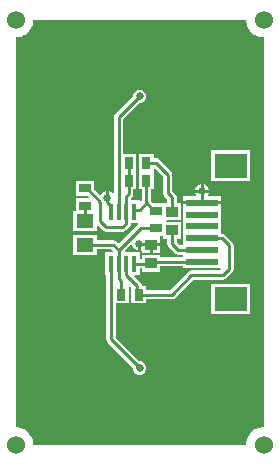
<source format=gbr>
G04*
G04 #@! TF.GenerationSoftware,Altium Limited,Altium Designer,23.10.1 (27)*
G04*
G04 Layer_Physical_Order=1*
G04 Layer_Color=255*
%FSLAX44Y44*%
%MOMM*%
G71*
G04*
G04 #@! TF.SameCoordinates,C40AB362-5B66-420F-9F68-920D16D289EC*
G04*
G04*
G04 #@! TF.FilePolarity,Positive*
G04*
G01*
G75*
%ADD10C,0.2540*%
%ADD13R,1.0000X0.7500*%
%ADD14R,1.0000X0.9500*%
%ADD15R,1.4500X1.1500*%
%ADD16R,0.7500X1.0000*%
%ADD17R,0.4500X1.4500*%
%ADD18R,2.8000X2.1000*%
%ADD19R,2.7000X0.6000*%
%ADD28C,1.5240*%
%ADD29C,0.6350*%
G36*
X214960Y378519D02*
X215538Y375613D01*
X216672Y372876D01*
X218318Y370413D01*
X220413Y368318D01*
X222876Y366672D01*
X225613Y365538D01*
X228519Y364960D01*
X230000D01*
Y35040D01*
X228519D01*
X225613Y34462D01*
X222876Y33328D01*
X220413Y31682D01*
X218318Y29587D01*
X216672Y27124D01*
X215538Y24387D01*
X214960Y21481D01*
Y20000D01*
X35040D01*
Y21481D01*
X34462Y24387D01*
X33328Y27124D01*
X31682Y29587D01*
X29587Y31682D01*
X27124Y33328D01*
X24387Y34462D01*
X21481Y35040D01*
X20000D01*
Y364960D01*
X21481D01*
X24387Y365538D01*
X27124Y366672D01*
X29587Y368318D01*
X31682Y370413D01*
X33328Y372876D01*
X34462Y375613D01*
X35040Y378519D01*
Y380000D01*
X214960D01*
Y378519D01*
D02*
G37*
%LPC*%
G36*
X218540Y269540D02*
X185460D01*
Y243460D01*
X218540D01*
Y269540D01*
D02*
G37*
G36*
X179070Y240610D02*
Y236220D01*
X183460D01*
X182645Y238187D01*
X181037Y239795D01*
X179070Y240610D01*
D02*
G37*
G36*
X176530D02*
X174563Y239795D01*
X172955Y238187D01*
X172140Y236220D01*
X176530D01*
Y240610D01*
D02*
G37*
G36*
X126137Y320715D02*
X123863D01*
X121763Y319845D01*
X120155Y318237D01*
X119285Y316137D01*
Y314779D01*
X104493Y299987D01*
X103651Y298727D01*
X103355Y297240D01*
Y233283D01*
X103277Y233233D01*
X102085Y232893D01*
X100733Y234245D01*
X98766Y235060D01*
Y229400D01*
X96226D01*
Y235060D01*
X94259Y234245D01*
X92651Y232638D01*
X92375Y231972D01*
X91130Y231724D01*
X86280Y236574D01*
Y243660D01*
X71200D01*
Y231080D01*
X80786D01*
X82033Y229833D01*
X81547Y228660D01*
X71200D01*
Y217680D01*
X68950D01*
Y201100D01*
X88530D01*
Y205170D01*
X89800Y205696D01*
X93773Y201723D01*
X95033Y200881D01*
X96520Y200585D01*
X110490D01*
X111977Y200881D01*
X113237Y201723D01*
X116487Y204973D01*
X117329Y206233D01*
X117625Y207720D01*
Y207790D01*
X123246D01*
X123631Y206520D01*
X122953Y206067D01*
X107240Y190354D01*
X105457Y192137D01*
X104197Y192979D01*
X102710Y193275D01*
X88530D01*
Y197680D01*
X68950D01*
Y181100D01*
X88530D01*
Y185505D01*
X101101D01*
X102063Y184543D01*
X101577Y183370D01*
X95950D01*
Y163790D01*
X96855D01*
Y109260D01*
X97151Y107773D01*
X97993Y106513D01*
X119285Y85221D01*
Y83863D01*
X120155Y81763D01*
X121763Y80155D01*
X123863Y79285D01*
X126137D01*
X128237Y80155D01*
X129845Y81763D01*
X130715Y83863D01*
Y86137D01*
X129845Y88237D01*
X128237Y89845D01*
X126137Y90715D01*
X124779D01*
X104625Y110869D01*
Y139780D01*
X115630D01*
Y153595D01*
X115630Y153773D01*
X116821Y154939D01*
X117239Y154935D01*
X118050Y154124D01*
Y139780D01*
X130630D01*
Y143435D01*
X152310D01*
X153797Y143731D01*
X155057Y144573D01*
X170429Y159945D01*
X195580D01*
X197067Y160241D01*
X198327Y161083D01*
X203407Y166163D01*
X204249Y167423D01*
X204545Y168910D01*
Y189012D01*
X204249Y190499D01*
X203407Y191759D01*
X197419Y197747D01*
X196159Y198589D01*
X194672Y198885D01*
X194040D01*
Y209460D01*
Y219460D01*
Y223730D01*
X178000D01*
X161960D01*
Y219460D01*
Y209460D01*
Y199460D01*
Y188885D01*
X158946D01*
X156285Y191546D01*
Y194260D01*
X159940D01*
Y208840D01*
X147116D01*
X147072Y208990D01*
X148020Y210260D01*
X159940D01*
Y224840D01*
X156285D01*
Y229870D01*
X155989Y231357D01*
X155147Y232617D01*
X152475Y235289D01*
Y248920D01*
X152179Y250407D01*
X151337Y251667D01*
X141177Y261827D01*
X139917Y262669D01*
X138430Y262965D01*
X136980D01*
Y266620D01*
X124400D01*
Y251540D01*
X124400D01*
Y251380D01*
X124400D01*
Y236300D01*
X126805D01*
Y226734D01*
X126300Y226347D01*
X125030Y226974D01*
Y227370D01*
X117625D01*
Y228971D01*
X118437Y229783D01*
X119279Y231043D01*
X119575Y232530D01*
Y236300D01*
X121980D01*
Y251380D01*
X121980D01*
Y251540D01*
X121980D01*
Y266620D01*
X111125D01*
Y295631D01*
X124779Y309285D01*
X126137D01*
X128237Y310155D01*
X129845Y311763D01*
X130715Y313863D01*
Y316137D01*
X129845Y318237D01*
X128237Y319845D01*
X126137Y320715D01*
D02*
G37*
G36*
X183460Y233680D02*
X172140D01*
X172915Y231810D01*
X172468Y230540D01*
X161960D01*
Y226270D01*
X178000D01*
X194040D01*
Y230540D01*
X183132D01*
X182685Y231810D01*
X183460Y233680D01*
D02*
G37*
G36*
X218540Y156540D02*
X185460D01*
Y130460D01*
X218540D01*
Y156540D01*
D02*
G37*
%LPD*%
G36*
X144705Y247311D02*
Y233680D01*
X145001Y232193D01*
X145843Y230933D01*
X148515Y228261D01*
Y224840D01*
X144860D01*
Y224610D01*
X136384D01*
X134575Y226419D01*
Y236300D01*
X136980D01*
Y251380D01*
X136980D01*
Y251540D01*
X136980D01*
Y253377D01*
X138153Y253863D01*
X144705Y247311D01*
D02*
G37*
G36*
X144860Y194260D02*
X148515D01*
Y189937D01*
X148811Y188451D01*
X149653Y187190D01*
X154590Y182253D01*
X155850Y181411D01*
X157337Y181115D01*
X161960D01*
Y178885D01*
X142160D01*
Y180900D01*
X127080D01*
Y177465D01*
X125030D01*
Y183370D01*
X112903D01*
X112417Y184543D01*
X117572Y189698D01*
X118829Y189160D01*
X119615Y187263D01*
X121223Y185655D01*
X123190Y184840D01*
Y190500D01*
X125730D01*
Y184840D01*
X126024Y184962D01*
X127080Y184256D01*
Y182320D01*
X133350D01*
Y189610D01*
X134620D01*
Y190880D01*
X142160D01*
Y196900D01*
X143376Y197030D01*
X144860D01*
Y194260D01*
D02*
G37*
G36*
X161960Y169460D02*
X193424D01*
X194131Y168277D01*
X193716Y167715D01*
X168820D01*
X167333Y167419D01*
X166073Y166577D01*
X150701Y151205D01*
X130630D01*
Y154860D01*
X126868D01*
X126615Y156129D01*
X125773Y157389D01*
X120545Y162617D01*
X121031Y163790D01*
X125030D01*
Y169695D01*
X127080D01*
Y166320D01*
X142160D01*
Y171115D01*
X161960D01*
Y169460D01*
D02*
G37*
%LPC*%
G36*
X142160Y188340D02*
X135890D01*
Y182320D01*
X142160D01*
Y188340D01*
D02*
G37*
%LPD*%
D10*
X97496Y229400D02*
X97629Y229267D01*
Y225690D02*
Y229267D01*
X91440Y209550D02*
X96520Y204470D01*
X91440Y209550D02*
Y225920D01*
X79990Y237370D02*
X91440Y225920D01*
X97629Y225690D02*
X100740Y222580D01*
X96520Y204470D02*
X110490D01*
X113740Y207720D01*
Y217580D02*
Y230580D01*
Y207720D02*
Y217580D01*
X107240Y160730D02*
Y184860D01*
Y160730D02*
X109340Y158630D01*
X123026Y148634D02*
X124340Y147320D01*
X113740Y163928D02*
X123026Y154642D01*
Y148634D02*
Y154642D01*
X113740Y163928D02*
Y173580D01*
X137180Y218320D02*
X138430D01*
X130830Y224670D02*
X137180Y218320D01*
X130690Y224670D02*
X130830D01*
X125043Y219023D02*
X130690Y224670D01*
X121220Y219023D02*
X125043D01*
X130690Y224670D02*
Y243840D01*
X120240Y217580D02*
Y218043D01*
X121220Y219023D01*
X109340Y147320D02*
Y158630D01*
X152310Y147320D02*
X168820Y163830D01*
X124340Y147320D02*
X152310D01*
X138430Y203320D02*
X142240D01*
X125700D02*
X138430D01*
X78740Y209390D02*
Y222370D01*
Y237370D02*
X79990D01*
X100740Y217580D02*
Y222580D01*
X107240Y217580D02*
Y297240D01*
X125000Y315000D01*
X136010Y175000D02*
X178000D01*
X120240Y173580D02*
X134620D01*
Y173610D02*
X136010Y175000D01*
X152400Y189937D02*
X157337Y185000D01*
X152400Y189937D02*
Y201550D01*
X157337Y185000D02*
X178000D01*
X138430Y259080D02*
X148590Y248920D01*
X130690Y259080D02*
X138430D01*
X148590Y233680D02*
Y248920D01*
Y233680D02*
X152400Y229870D01*
Y217550D02*
Y229870D01*
X115810Y243960D02*
Y258960D01*
X113740Y230580D02*
X115690Y232530D01*
Y243840D01*
X168820Y163830D02*
X195580D01*
X200660Y168910D01*
X78740Y189390D02*
X102710D01*
X107240Y184860D01*
X200660Y168910D02*
Y189012D01*
X194672Y195000D02*
X200660Y189012D01*
X178000Y195000D02*
X194672D01*
X107240Y184860D02*
X125700Y203320D01*
X100740Y109260D02*
Y173580D01*
Y109260D02*
X125000Y85000D01*
X124460Y190500D02*
X133730D01*
X177800Y225200D02*
Y234950D01*
Y225200D02*
X178000Y225000D01*
D13*
X78740Y237370D02*
D03*
Y222370D02*
D03*
X138430Y218320D02*
D03*
Y203320D02*
D03*
D14*
X134620Y189610D02*
D03*
Y173610D02*
D03*
X152400Y217550D02*
D03*
Y201550D02*
D03*
D15*
X78740Y189390D02*
D03*
Y209390D02*
D03*
D16*
X130690Y259080D02*
D03*
X115690D02*
D03*
Y243840D02*
D03*
X130690D02*
D03*
X124340Y147320D02*
D03*
X109340D02*
D03*
D17*
X100740Y173580D02*
D03*
X107240D02*
D03*
X113740D02*
D03*
X120240D02*
D03*
X100740Y217580D02*
D03*
X107240D02*
D03*
X113740D02*
D03*
X120240D02*
D03*
D18*
X202000Y256500D02*
D03*
Y143500D02*
D03*
D19*
X178000Y215000D02*
D03*
Y225000D02*
D03*
Y205000D02*
D03*
Y195000D02*
D03*
Y185000D02*
D03*
Y175000D02*
D03*
D28*
X230000Y380000D02*
D03*
X20000D02*
D03*
X230000Y20000D02*
D03*
X20000D02*
D03*
D29*
X97496Y229400D02*
D03*
X124460Y190500D02*
D03*
X177800Y234950D02*
D03*
X125000Y315000D02*
D03*
Y85000D02*
D03*
M02*

</source>
